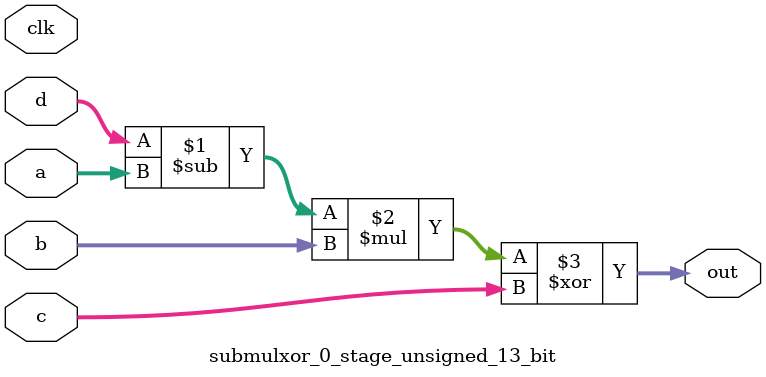
<source format=sv>
(* use_dsp = "yes" *) module submulxor_0_stage_unsigned_13_bit(
	input  [12:0] a,
	input  [12:0] b,
	input  [12:0] c,
	input  [12:0] d,
	output [12:0] out,
	input clk);

	assign out = ((d - a) * b) ^ c;
endmodule

</source>
